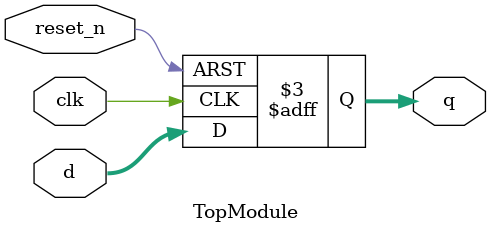
<source format=sv>
module TopModule (
    input logic clk,          // Clock input, positive edge-triggered
    input logic reset_n,      // Asynchronous active-low reset
    input logic [7:0] d,      // 8-bit input data bus
    output logic [7:0] q      // 8-bit output data bus
);

always @(posedge clk or negedge reset_n) begin
    if (!reset_n) begin
        q <= 8'b00000000;    // Reset all flip-flops to 0
    end else begin
        q <= d;              // Capture input data on rising edge of clk
    end
end

endmodule
</source>
